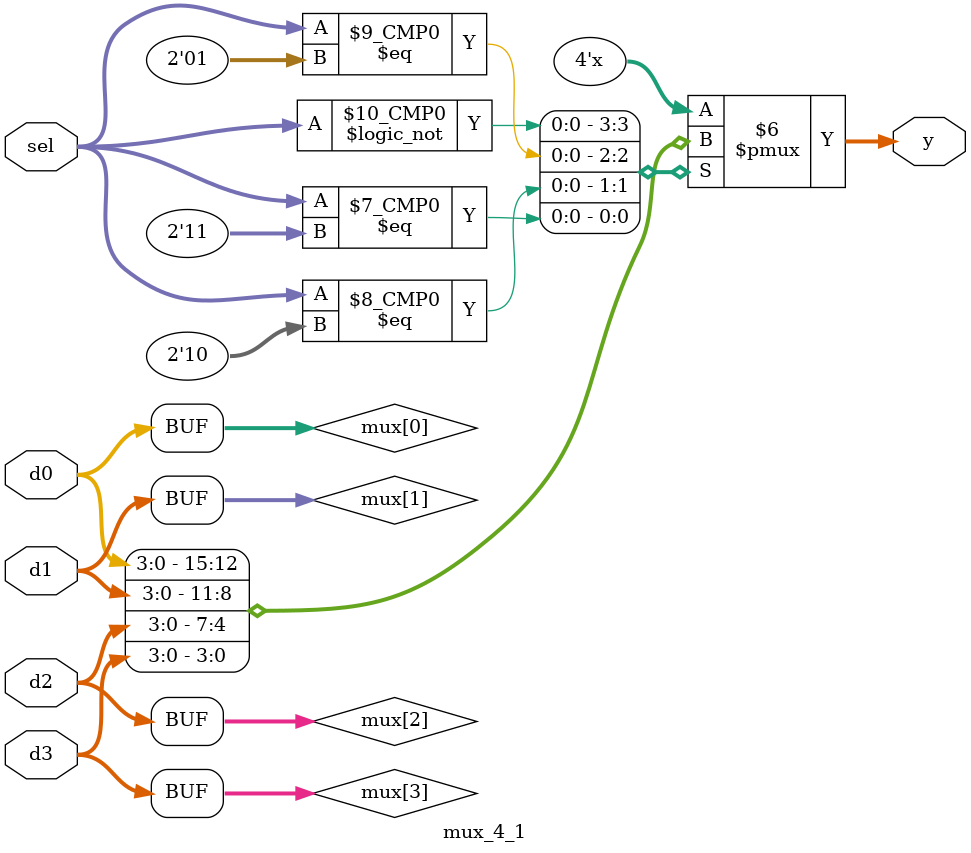
<source format=sv>

module mux_2_1
(
  input  [3:0] d0, d1,
  input        sel,
  output [3:0] y
);

  logic [3:0] d [0:1];

  assign d [0] = d0;
  assign d [1] = d1;

  assign y = d [sel];

endmodule

//----------------------------------------------------------------------------
// Task
//----------------------------------------------------------------------------

module mux_4_1
(
  input  [3:0] d0, d1, d2, d3,
  input  [1:0] sel,
  output [3:0] y
);

  // Task:
  // Using code for mux_2_1 as an example,
  // write code for 4:1 mux using array index
logic [3:0] mux [0:3];

assign mux[0] = d0; 
assign mux[1] = d1; 
assign mux[2] = d2; 
assign mux[3] = d3; 

assign y = mux[sel];
endmodule

</source>
